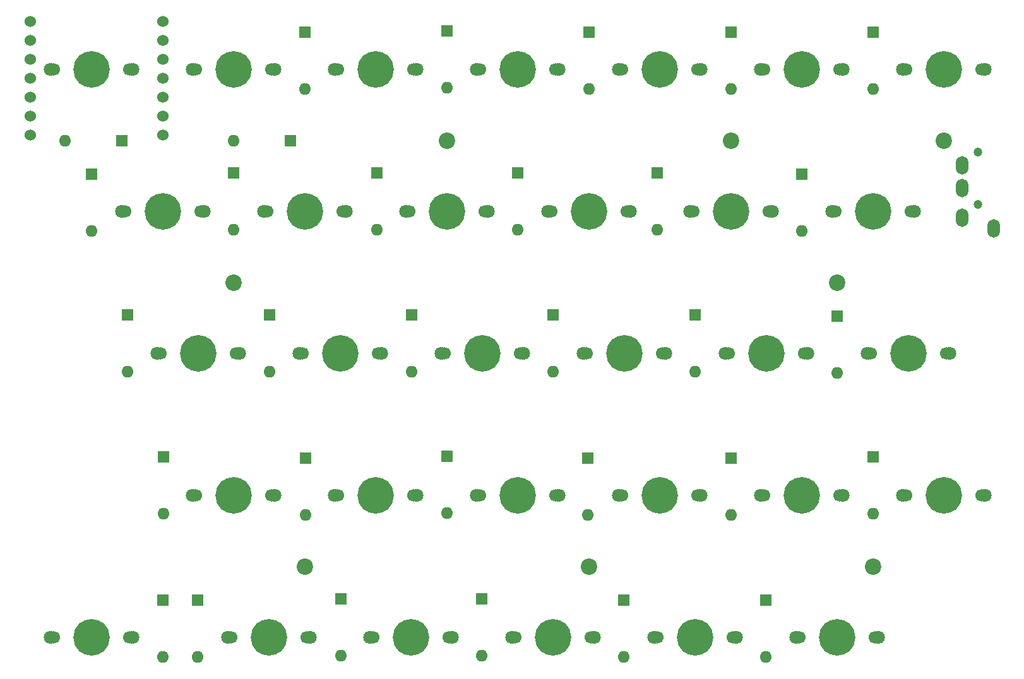
<source format=gbr>
%TF.GenerationSoftware,KiCad,Pcbnew,(7.0.0)*%
%TF.CreationDate,2023-02-28T11:22:52+09:00*%
%TF.ProjectId,sgkb,73676b62-2e6b-4696-9361-645f70636258,rev?*%
%TF.SameCoordinates,Original*%
%TF.FileFunction,Soldermask,Top*%
%TF.FilePolarity,Negative*%
%FSLAX46Y46*%
G04 Gerber Fmt 4.6, Leading zero omitted, Abs format (unit mm)*
G04 Created by KiCad (PCBNEW (7.0.0)) date 2023-02-28 11:22:52*
%MOMM*%
%LPD*%
G01*
G04 APERTURE LIST*
%ADD10C,1.800000*%
%ADD11C,1.700000*%
%ADD12C,4.900000*%
%ADD13R,1.600000X1.600000*%
%ADD14O,1.600000X1.600000*%
%ADD15C,2.200000*%
%ADD16C,1.200000*%
%ADD17O,1.700000X2.500000*%
%ADD18C,1.524000*%
G04 APERTURE END LIST*
D10*
%TO.C,SW32*%
X70700000Y-128587500D03*
D11*
X71120000Y-128587500D03*
D12*
X76200000Y-128587500D03*
D11*
X81280000Y-128587500D03*
D10*
X81700000Y-128587500D03*
%TD*%
%TO.C,SW43*%
X94512500Y-147637500D03*
D11*
X94932500Y-147637500D03*
D12*
X100012500Y-147637500D03*
D11*
X105092500Y-147637500D03*
D10*
X105512500Y-147637500D03*
%TD*%
D13*
%TO.C,D41*%
X66674999Y-142620999D03*
D14*
X66674999Y-150240999D03*
%TD*%
D13*
%TO.C,D35*%
X123697999Y-123570999D03*
D14*
X123697999Y-131190999D03*
%TD*%
D10*
%TO.C,SW13*%
X80225000Y-90487500D03*
D11*
X80645000Y-90487500D03*
D12*
X85725000Y-90487500D03*
D11*
X90805000Y-90487500D03*
D10*
X91225000Y-90487500D03*
%TD*%
%TO.C,SW41*%
X51650000Y-147637500D03*
D11*
X52070000Y-147637500D03*
D12*
X57150000Y-147637500D03*
D11*
X62230000Y-147637500D03*
D10*
X62650000Y-147637500D03*
%TD*%
D13*
%TO.C,D8*%
X161924999Y-66420999D03*
D14*
X161924999Y-74040999D03*
%TD*%
D13*
%TO.C,D43*%
X90550999Y-142493999D03*
D14*
X90550999Y-150113999D03*
%TD*%
D10*
%TO.C,SW34*%
X108800000Y-128587500D03*
D11*
X109220000Y-128587500D03*
D12*
X114300000Y-128587500D03*
D11*
X119380000Y-128587500D03*
D10*
X119800000Y-128587500D03*
%TD*%
%TO.C,SW27*%
X161187500Y-109537500D03*
D11*
X161607500Y-109537500D03*
D12*
X166687500Y-109537500D03*
D11*
X171767500Y-109537500D03*
D10*
X172187500Y-109537500D03*
%TD*%
D13*
%TO.C,D32*%
X66801999Y-123443999D03*
D14*
X66801999Y-131063999D03*
%TD*%
D13*
%TO.C,D45*%
X128523999Y-142620999D03*
D14*
X128523999Y-150240999D03*
%TD*%
D13*
%TO.C,D3*%
X83819999Y-81025999D03*
D14*
X76199999Y-81025999D03*
%TD*%
D10*
%TO.C,SW25*%
X123087500Y-109537500D03*
D11*
X123507500Y-109537500D03*
D12*
X128587500Y-109537500D03*
D11*
X133667500Y-109537500D03*
D10*
X134087500Y-109537500D03*
%TD*%
%TO.C,SW6*%
X127850000Y-71437500D03*
D11*
X128270000Y-71437500D03*
D12*
X133350000Y-71437500D03*
D11*
X138430000Y-71437500D03*
D10*
X138850000Y-71437500D03*
%TD*%
%TO.C,SW4*%
X89750000Y-71437500D03*
D11*
X90170000Y-71437500D03*
D12*
X95250000Y-71437500D03*
D11*
X100330000Y-71437500D03*
D10*
X100750000Y-71437500D03*
%TD*%
D13*
%TO.C,D5*%
X104774999Y-66293999D03*
D14*
X104774999Y-73913999D03*
%TD*%
D13*
%TO.C,D22*%
X61975999Y-104393999D03*
D14*
X61975999Y-112013999D03*
%TD*%
D10*
%TO.C,SW7*%
X146900000Y-71437500D03*
D11*
X147320000Y-71437500D03*
D12*
X152400000Y-71437500D03*
D11*
X157480000Y-71437500D03*
D10*
X157900000Y-71437500D03*
%TD*%
%TO.C,SW17*%
X156425000Y-90487500D03*
D11*
X156845000Y-90487500D03*
D12*
X161925000Y-90487500D03*
D11*
X167005000Y-90487500D03*
D10*
X167425000Y-90487500D03*
%TD*%
%TO.C,SW24*%
X104037500Y-109537500D03*
D11*
X104457500Y-109537500D03*
D12*
X109537500Y-109537500D03*
D11*
X114617500Y-109537500D03*
D10*
X115037500Y-109537500D03*
%TD*%
D13*
%TO.C,D46*%
X147573999Y-142620999D03*
D14*
X147573999Y-150240999D03*
%TD*%
D10*
%TO.C,SW37*%
X165950000Y-128587500D03*
D11*
X166370000Y-128587500D03*
D12*
X171450000Y-128587500D03*
D11*
X176530000Y-128587500D03*
D10*
X176950000Y-128587500D03*
%TD*%
D15*
%TO.C,H1*%
X104775000Y-80962500D03*
%TD*%
D10*
%TO.C,SW12*%
X61175000Y-90487500D03*
D11*
X61595000Y-90487500D03*
D12*
X66675000Y-90487500D03*
D11*
X71755000Y-90487500D03*
D10*
X72175000Y-90487500D03*
%TD*%
D15*
%TO.C,H6*%
X76200000Y-100012500D03*
%TD*%
D13*
%TO.C,D6*%
X123824999Y-66420999D03*
D14*
X123824999Y-74040999D03*
%TD*%
D13*
%TO.C,D24*%
X100075999Y-104393999D03*
D14*
X100075999Y-112013999D03*
%TD*%
D15*
%TO.C,H5*%
X171450000Y-80962500D03*
%TD*%
D10*
%TO.C,SW23*%
X84987500Y-109537500D03*
D11*
X85407500Y-109537500D03*
D12*
X90487500Y-109537500D03*
D11*
X95567500Y-109537500D03*
D10*
X95987500Y-109537500D03*
%TD*%
D13*
%TO.C,D14*%
X95376999Y-85343999D03*
D14*
X95376999Y-92963999D03*
%TD*%
D15*
%TO.C,H3*%
X142875000Y-80962500D03*
%TD*%
D10*
%TO.C,SW33*%
X89750000Y-128587500D03*
D11*
X90170000Y-128587500D03*
D12*
X95250000Y-128587500D03*
D11*
X100330000Y-128587500D03*
D10*
X100750000Y-128587500D03*
%TD*%
%TO.C,SW15*%
X118325000Y-90487500D03*
D11*
X118745000Y-90487500D03*
D12*
X123825000Y-90487500D03*
D11*
X128905000Y-90487500D03*
D10*
X129325000Y-90487500D03*
%TD*%
%TO.C,SW46*%
X151662500Y-147637500D03*
D11*
X152082500Y-147637500D03*
D12*
X157162500Y-147637500D03*
D11*
X162242500Y-147637500D03*
D10*
X162662500Y-147637500D03*
%TD*%
D13*
%TO.C,D42*%
X71373999Y-142620999D03*
D14*
X71373999Y-150240999D03*
%TD*%
D10*
%TO.C,SW42*%
X75462500Y-147637500D03*
D11*
X75882500Y-147637500D03*
D12*
X80962500Y-147637500D03*
D11*
X86042500Y-147637500D03*
D10*
X86462500Y-147637500D03*
%TD*%
%TO.C,SW2*%
X51650000Y-71437500D03*
D11*
X52070000Y-71437500D03*
D12*
X57150000Y-71437500D03*
D11*
X62230000Y-71437500D03*
D10*
X62650000Y-71437500D03*
%TD*%
D13*
%TO.C,D13*%
X76199999Y-85343999D03*
D14*
X76199999Y-92963999D03*
%TD*%
D15*
%TO.C,H4*%
X161925000Y-138112500D03*
%TD*%
D10*
%TO.C,SW3*%
X70700000Y-71437500D03*
D11*
X71120000Y-71437500D03*
D12*
X76200000Y-71437500D03*
D11*
X81280000Y-71437500D03*
D10*
X81700000Y-71437500D03*
%TD*%
D13*
%TO.C,D12*%
X57149999Y-85470999D03*
D14*
X57149999Y-93090999D03*
%TD*%
D13*
%TO.C,D23*%
X81025999Y-104393999D03*
D14*
X81025999Y-112013999D03*
%TD*%
D13*
%TO.C,D36*%
X142874999Y-123570999D03*
D14*
X142874999Y-131190999D03*
%TD*%
D13*
%TO.C,D25*%
X118998999Y-104393999D03*
D14*
X118998999Y-112013999D03*
%TD*%
D13*
%TO.C,D4*%
X85724999Y-66420999D03*
D14*
X85724999Y-74040999D03*
%TD*%
D10*
%TO.C,SW26*%
X142137500Y-109537500D03*
D11*
X142557500Y-109537500D03*
D12*
X147637500Y-109537500D03*
D11*
X152717500Y-109537500D03*
D10*
X153137500Y-109537500D03*
%TD*%
D13*
%TO.C,D44*%
X109473999Y-142493999D03*
D14*
X109473999Y-150113999D03*
%TD*%
D10*
%TO.C,SW14*%
X99275000Y-90487500D03*
D11*
X99695000Y-90487500D03*
D12*
X104775000Y-90487500D03*
D11*
X109855000Y-90487500D03*
D10*
X110275000Y-90487500D03*
%TD*%
%TO.C,SW35*%
X127850000Y-128587500D03*
D11*
X128270000Y-128587500D03*
D12*
X133350000Y-128587500D03*
D11*
X138430000Y-128587500D03*
D10*
X138850000Y-128587500D03*
%TD*%
%TO.C,SW22*%
X65937500Y-109537500D03*
D11*
X66357500Y-109537500D03*
D12*
X71437500Y-109537500D03*
D11*
X76517500Y-109537500D03*
D10*
X76937500Y-109537500D03*
%TD*%
%TO.C,SW5*%
X108800000Y-71437500D03*
D11*
X109220000Y-71437500D03*
D12*
X114300000Y-71437500D03*
D11*
X119380000Y-71437500D03*
D10*
X119800000Y-71437500D03*
%TD*%
D13*
%TO.C,D33*%
X85851999Y-123570999D03*
D14*
X85851999Y-131190999D03*
%TD*%
D10*
%TO.C,SW16*%
X137375000Y-90487500D03*
D11*
X137795000Y-90487500D03*
D12*
X142875000Y-90487500D03*
D11*
X147955000Y-90487500D03*
D10*
X148375000Y-90487500D03*
%TD*%
D13*
%TO.C,D37*%
X161924999Y-123443999D03*
D14*
X161924999Y-131063999D03*
%TD*%
D10*
%TO.C,SW44*%
X113562500Y-147637500D03*
D11*
X113982500Y-147637500D03*
D12*
X119062500Y-147637500D03*
D11*
X124142500Y-147637500D03*
D10*
X124562500Y-147637500D03*
%TD*%
D13*
%TO.C,D34*%
X104774999Y-123316999D03*
D14*
X104774999Y-130936999D03*
%TD*%
D13*
%TO.C,D15*%
X114299999Y-85343999D03*
D14*
X114299999Y-92963999D03*
%TD*%
D10*
%TO.C,SW36*%
X146900000Y-128587500D03*
D11*
X147320000Y-128587500D03*
D12*
X152400000Y-128587500D03*
D11*
X157480000Y-128587500D03*
D10*
X157900000Y-128587500D03*
%TD*%
D13*
%TO.C,D16*%
X132968999Y-85343999D03*
D14*
X132968999Y-92963999D03*
%TD*%
D10*
%TO.C,SW45*%
X132612500Y-147637500D03*
D11*
X133032500Y-147637500D03*
D12*
X138112500Y-147637500D03*
D11*
X143192500Y-147637500D03*
D10*
X143612500Y-147637500D03*
%TD*%
D13*
%TO.C,D17*%
X152399999Y-85470999D03*
D14*
X152399999Y-93090999D03*
%TD*%
D10*
%TO.C,SW8*%
X165950000Y-71437500D03*
D11*
X166370000Y-71437500D03*
D12*
X171450000Y-71437500D03*
D11*
X176530000Y-71437500D03*
D10*
X176950000Y-71437500D03*
%TD*%
D13*
%TO.C,D27*%
X157098999Y-104520999D03*
D14*
X157098999Y-112140999D03*
%TD*%
D15*
%TO.C,H7*%
X85725000Y-138112500D03*
%TD*%
%TO.C,H8*%
X157162500Y-100012500D03*
%TD*%
D13*
%TO.C,D26*%
X138048999Y-104393999D03*
D14*
X138048999Y-112013999D03*
%TD*%
D13*
%TO.C,D2*%
X61213999Y-81025999D03*
D14*
X53593999Y-81025999D03*
%TD*%
D13*
%TO.C,D7*%
X142874999Y-66420999D03*
D14*
X142874999Y-74040999D03*
%TD*%
D15*
%TO.C,H2*%
X123825000Y-138112500D03*
%TD*%
D16*
%TO.C,J1*%
X176000000Y-89500000D03*
X176000000Y-82500000D03*
D17*
X178099999Y-92799999D03*
X173899999Y-84299999D03*
X173899999Y-87299999D03*
X173899999Y-91299999D03*
%TD*%
D18*
%TO.C,U1*%
X66675000Y-65024000D03*
X66675000Y-67564000D03*
X66675000Y-70104000D03*
X66675000Y-72644000D03*
X66675000Y-75184000D03*
X66675000Y-77724000D03*
X66675000Y-80264000D03*
X48895000Y-80264000D03*
X48895000Y-77724000D03*
X48895000Y-75184000D03*
X48895000Y-72644000D03*
X48895000Y-70104000D03*
X48895000Y-67564000D03*
X48895000Y-65024000D03*
%TD*%
M02*

</source>
